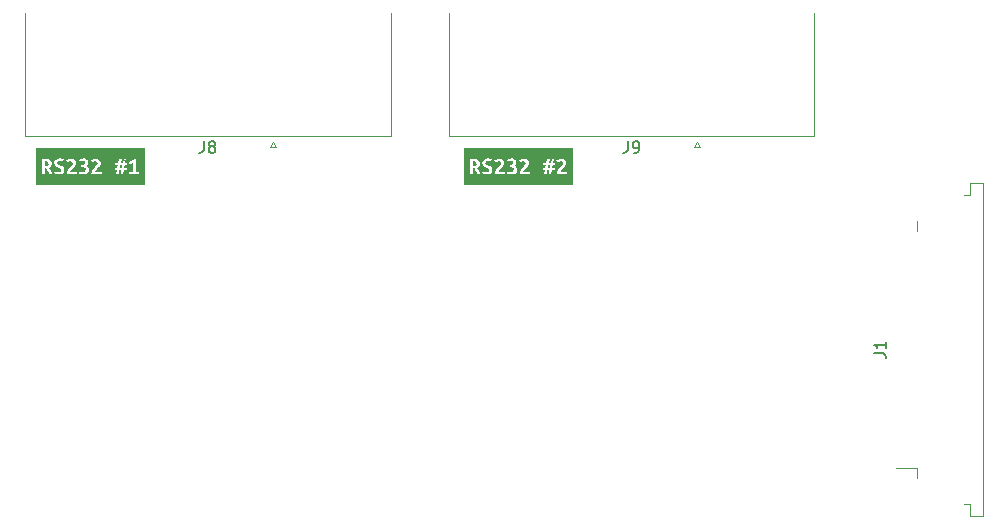
<source format=gto>
G04 #@! TF.GenerationSoftware,KiCad,Pcbnew,8.0.5*
G04 #@! TF.CreationDate,2024-09-14T17:32:50+01:00*
G04 #@! TF.ProjectId,RS232Board,52533233-3242-46f6-9172-642e6b696361,rev?*
G04 #@! TF.SameCoordinates,Original*
G04 #@! TF.FileFunction,Legend,Top*
G04 #@! TF.FilePolarity,Positive*
%FSLAX46Y46*%
G04 Gerber Fmt 4.6, Leading zero omitted, Abs format (unit mm)*
G04 Created by KiCad (PCBNEW 8.0.5) date 2024-09-14 17:32:50*
%MOMM*%
%LPD*%
G01*
G04 APERTURE LIST*
%ADD10C,0.150000*%
%ADD11C,0.000000*%
%ADD12C,0.120000*%
%ADD13R,2.000000X0.610000*%
%ADD14R,3.600000X2.680000*%
%ADD15C,3.200000*%
%ADD16C,4.000000*%
%ADD17R,1.600000X1.600000*%
%ADD18C,1.600000*%
G04 APERTURE END LIST*
D10*
X191364819Y-75833333D02*
X192079104Y-75833333D01*
X192079104Y-75833333D02*
X192221961Y-75880952D01*
X192221961Y-75880952D02*
X192317200Y-75976190D01*
X192317200Y-75976190D02*
X192364819Y-76119047D01*
X192364819Y-76119047D02*
X192364819Y-76214285D01*
X192364819Y-74833333D02*
X192364819Y-75404761D01*
X192364819Y-75119047D02*
X191364819Y-75119047D01*
X191364819Y-75119047D02*
X191507676Y-75214285D01*
X191507676Y-75214285D02*
X191602914Y-75309523D01*
X191602914Y-75309523D02*
X191650533Y-75404761D01*
X170496666Y-57860150D02*
X170496666Y-58574435D01*
X170496666Y-58574435D02*
X170449047Y-58717292D01*
X170449047Y-58717292D02*
X170353809Y-58812531D01*
X170353809Y-58812531D02*
X170210952Y-58860150D01*
X170210952Y-58860150D02*
X170115714Y-58860150D01*
X171020476Y-58860150D02*
X171210952Y-58860150D01*
X171210952Y-58860150D02*
X171306190Y-58812531D01*
X171306190Y-58812531D02*
X171353809Y-58764911D01*
X171353809Y-58764911D02*
X171449047Y-58622054D01*
X171449047Y-58622054D02*
X171496666Y-58431578D01*
X171496666Y-58431578D02*
X171496666Y-58050626D01*
X171496666Y-58050626D02*
X171449047Y-57955388D01*
X171449047Y-57955388D02*
X171401428Y-57907769D01*
X171401428Y-57907769D02*
X171306190Y-57860150D01*
X171306190Y-57860150D02*
X171115714Y-57860150D01*
X171115714Y-57860150D02*
X171020476Y-57907769D01*
X171020476Y-57907769D02*
X170972857Y-57955388D01*
X170972857Y-57955388D02*
X170925238Y-58050626D01*
X170925238Y-58050626D02*
X170925238Y-58288721D01*
X170925238Y-58288721D02*
X170972857Y-58383959D01*
X170972857Y-58383959D02*
X171020476Y-58431578D01*
X171020476Y-58431578D02*
X171115714Y-58479197D01*
X171115714Y-58479197D02*
X171306190Y-58479197D01*
X171306190Y-58479197D02*
X171401428Y-58431578D01*
X171401428Y-58431578D02*
X171449047Y-58383959D01*
X171449047Y-58383959D02*
X171496666Y-58288721D01*
X134601666Y-57860150D02*
X134601666Y-58574435D01*
X134601666Y-58574435D02*
X134554047Y-58717292D01*
X134554047Y-58717292D02*
X134458809Y-58812531D01*
X134458809Y-58812531D02*
X134315952Y-58860150D01*
X134315952Y-58860150D02*
X134220714Y-58860150D01*
X135220714Y-58288721D02*
X135125476Y-58241102D01*
X135125476Y-58241102D02*
X135077857Y-58193483D01*
X135077857Y-58193483D02*
X135030238Y-58098245D01*
X135030238Y-58098245D02*
X135030238Y-58050626D01*
X135030238Y-58050626D02*
X135077857Y-57955388D01*
X135077857Y-57955388D02*
X135125476Y-57907769D01*
X135125476Y-57907769D02*
X135220714Y-57860150D01*
X135220714Y-57860150D02*
X135411190Y-57860150D01*
X135411190Y-57860150D02*
X135506428Y-57907769D01*
X135506428Y-57907769D02*
X135554047Y-57955388D01*
X135554047Y-57955388D02*
X135601666Y-58050626D01*
X135601666Y-58050626D02*
X135601666Y-58098245D01*
X135601666Y-58098245D02*
X135554047Y-58193483D01*
X135554047Y-58193483D02*
X135506428Y-58241102D01*
X135506428Y-58241102D02*
X135411190Y-58288721D01*
X135411190Y-58288721D02*
X135220714Y-58288721D01*
X135220714Y-58288721D02*
X135125476Y-58336340D01*
X135125476Y-58336340D02*
X135077857Y-58383959D01*
X135077857Y-58383959D02*
X135030238Y-58479197D01*
X135030238Y-58479197D02*
X135030238Y-58669673D01*
X135030238Y-58669673D02*
X135077857Y-58764911D01*
X135077857Y-58764911D02*
X135125476Y-58812531D01*
X135125476Y-58812531D02*
X135220714Y-58860150D01*
X135220714Y-58860150D02*
X135411190Y-58860150D01*
X135411190Y-58860150D02*
X135506428Y-58812531D01*
X135506428Y-58812531D02*
X135554047Y-58764911D01*
X135554047Y-58764911D02*
X135601666Y-58669673D01*
X135601666Y-58669673D02*
X135601666Y-58479197D01*
X135601666Y-58479197D02*
X135554047Y-58383959D01*
X135554047Y-58383959D02*
X135506428Y-58336340D01*
X135506428Y-58336340D02*
X135411190Y-58288721D01*
D11*
G36*
X165878756Y-61553419D02*
G01*
X165353716Y-61553419D01*
X164030614Y-61553419D01*
X162203473Y-61553419D01*
X160630452Y-61553419D01*
X160103312Y-61553419D01*
X158570194Y-61553419D01*
X158059855Y-61553419D01*
X157146284Y-61553419D01*
X156621244Y-61553419D01*
X156621244Y-59369952D01*
X157146284Y-59369952D01*
X157146284Y-60651050D01*
X157404604Y-60651050D01*
X157404604Y-60172213D01*
X157539015Y-60172213D01*
X157610158Y-60291135D01*
X157676575Y-60408481D01*
X157736692Y-60527403D01*
X157788934Y-60651050D01*
X158059855Y-60651050D01*
X158028786Y-60579645D01*
X158166963Y-60579645D01*
X158311874Y-60643700D01*
X158424758Y-60669689D01*
X158570194Y-60678352D01*
X158717555Y-60667268D01*
X158837614Y-60634015D01*
X158930372Y-60578595D01*
X159019366Y-60458098D01*
X159049031Y-60296123D01*
X159040105Y-60198203D01*
X159013328Y-60118659D01*
X158921971Y-60001050D01*
X158800162Y-59925444D01*
X158673102Y-59873990D01*
X158592246Y-59842488D01*
X158518740Y-59803635D01*
X158465186Y-59753231D01*
X158444184Y-59687076D01*
X158467053Y-59604236D01*
X158535658Y-59554532D01*
X158650000Y-59537964D01*
X158798061Y-59558966D01*
X158914620Y-59609370D01*
X158958392Y-59493861D01*
X159223344Y-59493861D01*
X159351454Y-59674475D01*
X159483764Y-59575767D01*
X159611874Y-59546365D01*
X159733683Y-59589418D01*
X159781987Y-59712278D01*
X159743134Y-59823586D01*
X159644426Y-59936995D01*
X159582472Y-59997112D01*
X159516317Y-60059855D01*
X159450162Y-60126535D01*
X159388207Y-60198465D01*
X159333603Y-60276434D01*
X159289499Y-60361228D01*
X159260359Y-60453635D01*
X159250646Y-60554443D01*
X159249596Y-60598546D01*
X159254847Y-60651050D01*
X160103312Y-60651050D01*
X160103312Y-60606947D01*
X160269225Y-60606947D01*
X160334330Y-60630048D01*
X160425687Y-60653150D01*
X160528595Y-60671002D01*
X160630452Y-60678352D01*
X160751737Y-60670739D01*
X160855170Y-60647900D01*
X160941276Y-60611147D01*
X161010582Y-60561793D01*
X161100889Y-60430533D01*
X161130291Y-60264620D01*
X161116377Y-60159087D01*
X161074637Y-60069305D01*
X161007694Y-59997375D01*
X160918174Y-59945396D01*
X161035784Y-59836187D01*
X161079887Y-59687076D01*
X161054685Y-59542165D01*
X161022482Y-59493861D01*
X161323506Y-59493861D01*
X161451616Y-59674475D01*
X161583926Y-59575767D01*
X161712036Y-59546365D01*
X161833845Y-59589418D01*
X161882149Y-59712278D01*
X161843296Y-59823586D01*
X161744588Y-59936995D01*
X161682633Y-59997112D01*
X161616478Y-60059855D01*
X161550323Y-60126535D01*
X161488368Y-60198465D01*
X161433764Y-60276434D01*
X161389661Y-60361228D01*
X161360521Y-60453635D01*
X161350808Y-60554443D01*
X161349758Y-60598546D01*
X161355008Y-60651050D01*
X162203473Y-60651050D01*
X162203473Y-60436834D01*
X161644830Y-60436834D01*
X161666882Y-60367528D01*
X161720436Y-60292973D01*
X161787641Y-60221567D01*
X161850646Y-60161712D01*
X161957754Y-60056704D01*
X162052262Y-59943296D01*
X162119467Y-59822536D01*
X162144669Y-59693376D01*
X162139900Y-59670275D01*
X163371163Y-59670275D01*
X163371163Y-59884491D01*
X163581179Y-59884491D01*
X163537076Y-60115509D01*
X163371163Y-60115509D01*
X163371163Y-60329725D01*
X163497173Y-60329725D01*
X163436268Y-60651050D01*
X163650485Y-60651050D01*
X163709289Y-60329725D01*
X163877302Y-60329725D01*
X163816397Y-60651050D01*
X164030614Y-60651050D01*
X164091519Y-60329725D01*
X164347738Y-60329725D01*
X164347738Y-60115509D01*
X164131422Y-60115509D01*
X164175525Y-59884491D01*
X164347738Y-59884491D01*
X164347738Y-59670275D01*
X164217528Y-59670275D01*
X164251186Y-59493861D01*
X164473748Y-59493861D01*
X164601858Y-59674475D01*
X164734168Y-59575767D01*
X164862278Y-59546365D01*
X164984087Y-59589418D01*
X165032391Y-59712278D01*
X164993538Y-59823586D01*
X164894830Y-59936995D01*
X164832876Y-59997112D01*
X164766721Y-60059855D01*
X164700565Y-60126535D01*
X164638611Y-60198465D01*
X164584006Y-60276434D01*
X164539903Y-60361228D01*
X164510763Y-60453635D01*
X164501050Y-60554443D01*
X164500000Y-60598546D01*
X164505250Y-60651050D01*
X165353716Y-60651050D01*
X165353716Y-60436834D01*
X164795073Y-60436834D01*
X164817124Y-60367528D01*
X164870679Y-60292973D01*
X164937884Y-60221567D01*
X165000889Y-60161712D01*
X165107997Y-60056704D01*
X165202504Y-59943296D01*
X165269709Y-59822536D01*
X165294911Y-59693376D01*
X165261309Y-59530614D01*
X165171002Y-59414055D01*
X165040792Y-59344750D01*
X164887480Y-59321648D01*
X164778009Y-59332149D01*
X164668013Y-59363651D01*
X164564317Y-59417205D01*
X164473748Y-59493861D01*
X164251186Y-59493861D01*
X164278433Y-59351050D01*
X164064216Y-59351050D01*
X164003312Y-59670275D01*
X163835299Y-59670275D01*
X163898304Y-59351050D01*
X163684087Y-59351050D01*
X163623183Y-59670275D01*
X163371163Y-59670275D01*
X162139900Y-59670275D01*
X162111066Y-59530614D01*
X162020759Y-59414055D01*
X161890549Y-59344750D01*
X161737237Y-59321648D01*
X161627767Y-59332149D01*
X161517771Y-59363651D01*
X161414075Y-59417205D01*
X161323506Y-59493861D01*
X161022482Y-59493861D01*
X160976979Y-59425606D01*
X160843619Y-59348950D01*
X160755674Y-59328473D01*
X160653554Y-59321648D01*
X160541983Y-59331361D01*
X160442488Y-59360501D01*
X160292326Y-59437157D01*
X160384733Y-59626171D01*
X160509693Y-59566317D01*
X160655654Y-59542165D01*
X160774313Y-59583118D01*
X160817367Y-59695477D01*
X160797415Y-59775283D01*
X160745961Y-59825687D01*
X160674556Y-59852989D01*
X160594750Y-59861389D01*
X160498142Y-59861389D01*
X160498142Y-60075606D01*
X160577948Y-60075606D01*
X160692932Y-60085844D01*
X160785864Y-60116559D01*
X160847294Y-60173001D01*
X160867771Y-60260420D01*
X160814216Y-60401131D01*
X160740973Y-60443659D01*
X160628352Y-60457835D01*
X160528857Y-60452060D01*
X160444588Y-60434733D01*
X160319628Y-60390630D01*
X160269225Y-60606947D01*
X160103312Y-60606947D01*
X160103312Y-60436834D01*
X159544669Y-60436834D01*
X159566721Y-60367528D01*
X159620275Y-60292973D01*
X159687480Y-60221567D01*
X159750485Y-60161712D01*
X159857593Y-60056704D01*
X159952100Y-59943296D01*
X160019305Y-59822536D01*
X160044507Y-59693376D01*
X160010905Y-59530614D01*
X159920598Y-59414055D01*
X159790388Y-59344750D01*
X159637076Y-59321648D01*
X159527605Y-59332149D01*
X159417609Y-59363651D01*
X159313914Y-59417205D01*
X159223344Y-59493861D01*
X158958392Y-59493861D01*
X158990226Y-59409855D01*
X158840065Y-59348950D01*
X158743195Y-59328473D01*
X158631099Y-59321648D01*
X158502405Y-59333082D01*
X158393547Y-59367385D01*
X158304523Y-59424556D01*
X158215529Y-59547415D01*
X158185864Y-59710178D01*
X158219467Y-59864540D01*
X158304523Y-59968498D01*
X158418982Y-60037803D01*
X158540792Y-60086107D01*
X158628998Y-60122859D01*
X158708805Y-60166963D01*
X158767609Y-60222617D01*
X158790711Y-60294023D01*
X158781260Y-60355977D01*
X158746607Y-60410582D01*
X158678352Y-60448384D01*
X158570194Y-60462036D01*
X158465448Y-60454685D01*
X158378029Y-60432633D01*
X158242569Y-60369628D01*
X158166963Y-60579645D01*
X158028786Y-60579645D01*
X158000000Y-60513489D01*
X157927544Y-60368578D01*
X157849838Y-60229968D01*
X157774233Y-60109208D01*
X157866115Y-60049879D01*
X157927544Y-59968498D01*
X157962197Y-59870840D01*
X157973748Y-59762682D01*
X157965085Y-59660561D01*
X157939095Y-59572617D01*
X157839338Y-59439257D01*
X157767932Y-59393578D01*
X157683926Y-59361551D01*
X157588368Y-59342649D01*
X157482310Y-59336349D01*
X157408805Y-59338449D01*
X157320598Y-59343700D01*
X157229241Y-59354200D01*
X157146284Y-59369952D01*
X156621244Y-59369952D01*
X156621244Y-58446581D01*
X157146284Y-58446581D01*
X165353716Y-58446581D01*
X165878756Y-58446581D01*
X165878756Y-61553419D01*
G37*
G36*
X157575242Y-59573142D02*
G01*
X157648223Y-59609370D01*
X157695477Y-59671325D01*
X157711228Y-59760582D01*
X157652423Y-59906543D01*
X157575242Y-59945133D01*
X157461309Y-59957997D01*
X157404604Y-59957997D01*
X157404604Y-59567367D01*
X157446607Y-59562116D01*
X157482310Y-59561066D01*
X157575242Y-59573142D01*
G37*
G36*
X163919305Y-60115509D02*
G01*
X163751292Y-60115509D01*
X163795396Y-59884491D01*
X163961309Y-59884491D01*
X163919305Y-60115509D01*
G37*
G36*
X129625606Y-61553419D02*
G01*
X129100565Y-61553419D01*
X127783764Y-61553419D01*
X125956624Y-61553419D01*
X124383603Y-61553419D01*
X123856462Y-61553419D01*
X122323344Y-61553419D01*
X121813005Y-61553419D01*
X120899435Y-61553419D01*
X120374394Y-61553419D01*
X120374394Y-59369952D01*
X120899435Y-59369952D01*
X120899435Y-60651050D01*
X121157754Y-60651050D01*
X121157754Y-60172213D01*
X121292165Y-60172213D01*
X121363308Y-60291135D01*
X121429725Y-60408481D01*
X121489842Y-60527403D01*
X121542084Y-60651050D01*
X121813005Y-60651050D01*
X121781936Y-60579645D01*
X121920113Y-60579645D01*
X122065024Y-60643700D01*
X122177908Y-60669689D01*
X122323344Y-60678352D01*
X122470705Y-60667268D01*
X122590765Y-60634015D01*
X122683522Y-60578595D01*
X122772516Y-60458098D01*
X122802181Y-60296123D01*
X122793255Y-60198203D01*
X122766478Y-60118659D01*
X122675121Y-60001050D01*
X122553312Y-59925444D01*
X122426252Y-59873990D01*
X122345396Y-59842488D01*
X122271890Y-59803635D01*
X122218336Y-59753231D01*
X122197334Y-59687076D01*
X122220203Y-59604236D01*
X122288808Y-59554532D01*
X122403150Y-59537964D01*
X122551212Y-59558966D01*
X122667771Y-59609370D01*
X122711542Y-59493861D01*
X122976494Y-59493861D01*
X123104604Y-59674475D01*
X123236914Y-59575767D01*
X123365024Y-59546365D01*
X123486834Y-59589418D01*
X123535137Y-59712278D01*
X123496284Y-59823586D01*
X123397577Y-59936995D01*
X123335622Y-59997112D01*
X123269467Y-60059855D01*
X123203312Y-60126535D01*
X123141357Y-60198465D01*
X123086753Y-60276434D01*
X123042649Y-60361228D01*
X123013510Y-60453635D01*
X123003796Y-60554443D01*
X123002746Y-60598546D01*
X123007997Y-60651050D01*
X123856462Y-60651050D01*
X123856462Y-60606947D01*
X124022375Y-60606947D01*
X124087480Y-60630048D01*
X124178837Y-60653150D01*
X124281745Y-60671002D01*
X124383603Y-60678352D01*
X124504887Y-60670739D01*
X124608320Y-60647900D01*
X124694426Y-60611147D01*
X124763732Y-60561793D01*
X124854039Y-60430533D01*
X124883441Y-60264620D01*
X124869527Y-60159087D01*
X124827787Y-60069305D01*
X124760844Y-59997375D01*
X124671325Y-59945396D01*
X124788934Y-59836187D01*
X124833037Y-59687076D01*
X124807835Y-59542165D01*
X124775632Y-59493861D01*
X125076656Y-59493861D01*
X125204766Y-59674475D01*
X125337076Y-59575767D01*
X125465186Y-59546365D01*
X125586995Y-59589418D01*
X125635299Y-59712278D01*
X125596446Y-59823586D01*
X125497738Y-59936995D01*
X125435784Y-59997112D01*
X125369628Y-60059855D01*
X125303473Y-60126535D01*
X125241519Y-60198465D01*
X125186914Y-60276434D01*
X125142811Y-60361228D01*
X125113671Y-60453635D01*
X125103958Y-60554443D01*
X125102908Y-60598546D01*
X125108158Y-60651050D01*
X125956624Y-60651050D01*
X125956624Y-60436834D01*
X125397981Y-60436834D01*
X125420032Y-60367528D01*
X125473586Y-60292973D01*
X125540792Y-60221567D01*
X125603796Y-60161712D01*
X125710905Y-60056704D01*
X125805412Y-59943296D01*
X125872617Y-59822536D01*
X125897819Y-59693376D01*
X125893050Y-59670275D01*
X127124313Y-59670275D01*
X127124313Y-59884491D01*
X127334330Y-59884491D01*
X127290226Y-60115509D01*
X127124313Y-60115509D01*
X127124313Y-60329725D01*
X127250323Y-60329725D01*
X127189418Y-60651050D01*
X127403635Y-60651050D01*
X127462439Y-60329725D01*
X127630452Y-60329725D01*
X127569548Y-60651050D01*
X127783764Y-60651050D01*
X127844669Y-60329725D01*
X128100889Y-60329725D01*
X128100889Y-60115509D01*
X127884572Y-60115509D01*
X127928675Y-59884491D01*
X128100889Y-59884491D01*
X128100889Y-59670275D01*
X127970679Y-59670275D01*
X127979895Y-59621971D01*
X128237399Y-59621971D01*
X128321405Y-59836187D01*
X128449515Y-59784733D01*
X128583926Y-59710178D01*
X128583926Y-60436834D01*
X128310905Y-60436834D01*
X128310905Y-60651050D01*
X129100565Y-60651050D01*
X129100565Y-60436834D01*
X128842246Y-60436834D01*
X128842246Y-59351050D01*
X128665832Y-59351050D01*
X128575525Y-59432956D01*
X128464216Y-59508562D01*
X128346607Y-59573667D01*
X128237399Y-59621971D01*
X127979895Y-59621971D01*
X128031583Y-59351050D01*
X127817367Y-59351050D01*
X127756462Y-59670275D01*
X127588449Y-59670275D01*
X127651454Y-59351050D01*
X127437237Y-59351050D01*
X127376333Y-59670275D01*
X127124313Y-59670275D01*
X125893050Y-59670275D01*
X125864216Y-59530614D01*
X125773910Y-59414055D01*
X125643700Y-59344750D01*
X125490388Y-59321648D01*
X125380917Y-59332149D01*
X125270921Y-59363651D01*
X125167225Y-59417205D01*
X125076656Y-59493861D01*
X124775632Y-59493861D01*
X124730129Y-59425606D01*
X124596769Y-59348950D01*
X124508825Y-59328473D01*
X124406704Y-59321648D01*
X124295133Y-59331361D01*
X124195638Y-59360501D01*
X124045477Y-59437157D01*
X124137884Y-59626171D01*
X124262843Y-59566317D01*
X124408805Y-59542165D01*
X124527464Y-59583118D01*
X124570517Y-59695477D01*
X124550565Y-59775283D01*
X124499111Y-59825687D01*
X124427706Y-59852989D01*
X124347900Y-59861389D01*
X124251292Y-59861389D01*
X124251292Y-60075606D01*
X124331099Y-60075606D01*
X124446082Y-60085844D01*
X124539015Y-60116559D01*
X124600444Y-60173001D01*
X124620921Y-60260420D01*
X124567367Y-60401131D01*
X124494124Y-60443659D01*
X124381502Y-60457835D01*
X124282007Y-60452060D01*
X124197738Y-60434733D01*
X124072779Y-60390630D01*
X124022375Y-60606947D01*
X123856462Y-60606947D01*
X123856462Y-60436834D01*
X123297819Y-60436834D01*
X123319871Y-60367528D01*
X123373425Y-60292973D01*
X123440630Y-60221567D01*
X123503635Y-60161712D01*
X123610743Y-60056704D01*
X123705250Y-59943296D01*
X123772456Y-59822536D01*
X123797658Y-59693376D01*
X123764055Y-59530614D01*
X123673748Y-59414055D01*
X123543538Y-59344750D01*
X123390226Y-59321648D01*
X123280755Y-59332149D01*
X123170759Y-59363651D01*
X123067064Y-59417205D01*
X122976494Y-59493861D01*
X122711542Y-59493861D01*
X122743376Y-59409855D01*
X122593215Y-59348950D01*
X122496345Y-59328473D01*
X122384249Y-59321648D01*
X122255556Y-59333082D01*
X122146697Y-59367385D01*
X122057674Y-59424556D01*
X121968679Y-59547415D01*
X121939015Y-59710178D01*
X121972617Y-59864540D01*
X122057674Y-59968498D01*
X122172132Y-60037803D01*
X122293942Y-60086107D01*
X122382149Y-60122859D01*
X122461955Y-60166963D01*
X122520759Y-60222617D01*
X122543861Y-60294023D01*
X122534410Y-60355977D01*
X122499758Y-60410582D01*
X122431502Y-60448384D01*
X122323344Y-60462036D01*
X122218599Y-60454685D01*
X122131179Y-60432633D01*
X121995719Y-60369628D01*
X121920113Y-60579645D01*
X121781936Y-60579645D01*
X121753150Y-60513489D01*
X121680695Y-60368578D01*
X121602989Y-60229968D01*
X121527383Y-60109208D01*
X121619265Y-60049879D01*
X121680695Y-59968498D01*
X121715347Y-59870840D01*
X121726898Y-59762682D01*
X121718235Y-59660561D01*
X121692246Y-59572617D01*
X121592488Y-59439257D01*
X121521082Y-59393578D01*
X121437076Y-59361551D01*
X121341519Y-59342649D01*
X121235460Y-59336349D01*
X121161955Y-59338449D01*
X121073748Y-59343700D01*
X120982391Y-59354200D01*
X120899435Y-59369952D01*
X120374394Y-59369952D01*
X120374394Y-58446581D01*
X120899435Y-58446581D01*
X129100565Y-58446581D01*
X129625606Y-58446581D01*
X129625606Y-61553419D01*
G37*
G36*
X121328393Y-59573142D02*
G01*
X121401373Y-59609370D01*
X121448627Y-59671325D01*
X121464378Y-59760582D01*
X121405574Y-59906543D01*
X121328393Y-59945133D01*
X121214459Y-59957997D01*
X121157754Y-59957997D01*
X121157754Y-59567367D01*
X121199758Y-59562116D01*
X121235460Y-59561066D01*
X121328393Y-59573142D01*
G37*
G36*
X127672456Y-60115509D02*
G01*
X127504443Y-60115509D01*
X127548546Y-59884491D01*
X127714459Y-59884491D01*
X127672456Y-60115509D01*
G37*
D12*
X195000000Y-65435000D02*
X195000000Y-64610000D01*
X195000000Y-85565000D02*
X193200000Y-85565000D01*
X195000000Y-86390000D02*
X195000000Y-85565000D01*
X198970000Y-62455000D02*
X199510000Y-62455000D01*
X199510000Y-61430000D02*
X200620000Y-61430000D01*
X199510000Y-62455000D02*
X199510000Y-61430000D01*
X199510000Y-88545000D02*
X198970000Y-88545000D01*
X199510000Y-89570000D02*
X199510000Y-88545000D01*
X200620000Y-61430000D02*
X200620000Y-89570000D01*
X200620000Y-89570000D02*
X199510000Y-89570000D01*
X155345000Y-57465331D02*
X155345000Y-46985331D01*
X176120000Y-58359669D02*
X176370000Y-57926656D01*
X176370000Y-57926656D02*
X176620000Y-58359669D01*
X176620000Y-58359669D02*
X176120000Y-58359669D01*
X186315000Y-46985331D02*
X186315000Y-57465331D01*
X186315000Y-57465331D02*
X155345000Y-57465331D01*
X119450000Y-57465331D02*
X119450000Y-46985331D01*
X140225000Y-58359669D02*
X140475000Y-57926656D01*
X140475000Y-57926656D02*
X140725000Y-58359669D01*
X140725000Y-58359669D02*
X140225000Y-58359669D01*
X150420000Y-46985331D02*
X150420000Y-57465331D01*
X150420000Y-57465331D02*
X119450000Y-57465331D01*
%LPC*%
D13*
X194110000Y-85000000D03*
X194110000Y-84000000D03*
X194110000Y-83000000D03*
X194110000Y-82000000D03*
X194110000Y-81000000D03*
X194110000Y-80000000D03*
X194110000Y-79000000D03*
X194110000Y-78000000D03*
X194110000Y-77000000D03*
X194110000Y-76000000D03*
X194110000Y-75000000D03*
X194110000Y-74000000D03*
X194110000Y-73000000D03*
X194110000Y-72000000D03*
X194110000Y-71000000D03*
X194110000Y-70000000D03*
X194110000Y-69000000D03*
X194110000Y-68000000D03*
X194110000Y-67000000D03*
X194110000Y-66000000D03*
D14*
X196910000Y-87990000D03*
X196910000Y-63010000D03*
D15*
X196520000Y-97460000D03*
X115240000Y-49200000D03*
D16*
X183330000Y-54405331D03*
X158330000Y-54405331D03*
D17*
X176370000Y-54705331D03*
D18*
X173600000Y-54705331D03*
X170830000Y-54705331D03*
X168060000Y-54705331D03*
X165290000Y-54705331D03*
X174985000Y-51865331D03*
X172215000Y-51865331D03*
X169445000Y-51865331D03*
X166675000Y-51865331D03*
D16*
X147435000Y-54405331D03*
X122435000Y-54405331D03*
D17*
X140475000Y-54705331D03*
D18*
X137705000Y-54705331D03*
X134935000Y-54705331D03*
X132165000Y-54705331D03*
X129395000Y-54705331D03*
X139090000Y-51865331D03*
X136320000Y-51865331D03*
X133550000Y-51865331D03*
X130780000Y-51865331D03*
D15*
X113970000Y-97460000D03*
X166040000Y-64440000D03*
X166040000Y-92380000D03*
X190170000Y-49200000D03*
%LPD*%
M02*

</source>
